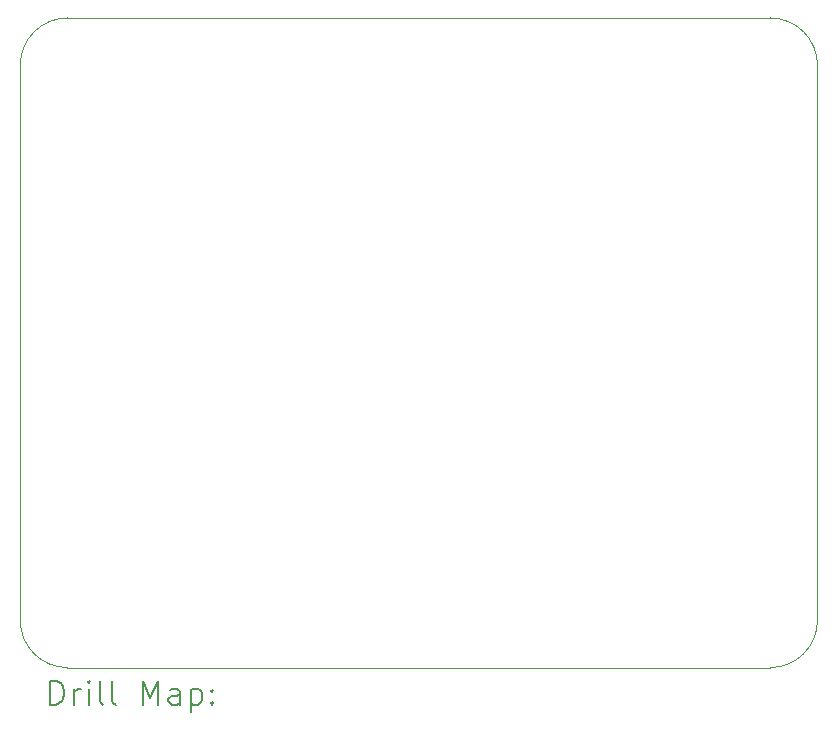
<source format=gbr>
%TF.GenerationSoftware,KiCad,Pcbnew,(6.0.10)*%
%TF.CreationDate,2023-06-21T21:11:55+02:00*%
%TF.ProjectId,FOX-PDA-v1 controller shield,464f582d-5044-4412-9d76-3120636f6e74,rev?*%
%TF.SameCoordinates,Original*%
%TF.FileFunction,Drillmap*%
%TF.FilePolarity,Positive*%
%FSLAX45Y45*%
G04 Gerber Fmt 4.5, Leading zero omitted, Abs format (unit mm)*
G04 Created by KiCad (PCBNEW (6.0.10)) date 2023-06-21 21:11:55*
%MOMM*%
%LPD*%
G01*
G04 APERTURE LIST*
%ADD10C,0.050000*%
%ADD11C,0.200000*%
G04 APERTURE END LIST*
D10*
X18500000Y-7250000D02*
X18500000Y-11950000D01*
X12150000Y-6850000D02*
X18100000Y-6850000D01*
X11750000Y-11950000D02*
G75*
G03*
X12150000Y-12350000I400000J0D01*
G01*
X18500000Y-7250000D02*
G75*
G03*
X18100000Y-6850000I-400000J0D01*
G01*
X12150000Y-6850000D02*
G75*
G03*
X11750000Y-7250000I0J-400000D01*
G01*
X18100000Y-12350000D02*
X12150000Y-12350000D01*
X11750000Y-11950000D02*
X11750000Y-7250000D01*
X18100000Y-12350000D02*
G75*
G03*
X18500000Y-11950000I0J400000D01*
G01*
D11*
X12005119Y-12662976D02*
X12005119Y-12462976D01*
X12052738Y-12462976D01*
X12081309Y-12472500D01*
X12100357Y-12491548D01*
X12109881Y-12510595D01*
X12119405Y-12548690D01*
X12119405Y-12577262D01*
X12109881Y-12615357D01*
X12100357Y-12634405D01*
X12081309Y-12653452D01*
X12052738Y-12662976D01*
X12005119Y-12662976D01*
X12205119Y-12662976D02*
X12205119Y-12529643D01*
X12205119Y-12567738D02*
X12214643Y-12548690D01*
X12224167Y-12539167D01*
X12243214Y-12529643D01*
X12262262Y-12529643D01*
X12328928Y-12662976D02*
X12328928Y-12529643D01*
X12328928Y-12462976D02*
X12319405Y-12472500D01*
X12328928Y-12482024D01*
X12338452Y-12472500D01*
X12328928Y-12462976D01*
X12328928Y-12482024D01*
X12452738Y-12662976D02*
X12433690Y-12653452D01*
X12424167Y-12634405D01*
X12424167Y-12462976D01*
X12557500Y-12662976D02*
X12538452Y-12653452D01*
X12528928Y-12634405D01*
X12528928Y-12462976D01*
X12786071Y-12662976D02*
X12786071Y-12462976D01*
X12852738Y-12605833D01*
X12919405Y-12462976D01*
X12919405Y-12662976D01*
X13100357Y-12662976D02*
X13100357Y-12558214D01*
X13090833Y-12539167D01*
X13071786Y-12529643D01*
X13033690Y-12529643D01*
X13014643Y-12539167D01*
X13100357Y-12653452D02*
X13081309Y-12662976D01*
X13033690Y-12662976D01*
X13014643Y-12653452D01*
X13005119Y-12634405D01*
X13005119Y-12615357D01*
X13014643Y-12596309D01*
X13033690Y-12586786D01*
X13081309Y-12586786D01*
X13100357Y-12577262D01*
X13195595Y-12529643D02*
X13195595Y-12729643D01*
X13195595Y-12539167D02*
X13214643Y-12529643D01*
X13252738Y-12529643D01*
X13271786Y-12539167D01*
X13281309Y-12548690D01*
X13290833Y-12567738D01*
X13290833Y-12624881D01*
X13281309Y-12643928D01*
X13271786Y-12653452D01*
X13252738Y-12662976D01*
X13214643Y-12662976D01*
X13195595Y-12653452D01*
X13376548Y-12643928D02*
X13386071Y-12653452D01*
X13376548Y-12662976D01*
X13367024Y-12653452D01*
X13376548Y-12643928D01*
X13376548Y-12662976D01*
X13376548Y-12539167D02*
X13386071Y-12548690D01*
X13376548Y-12558214D01*
X13367024Y-12548690D01*
X13376548Y-12539167D01*
X13376548Y-12558214D01*
M02*

</source>
